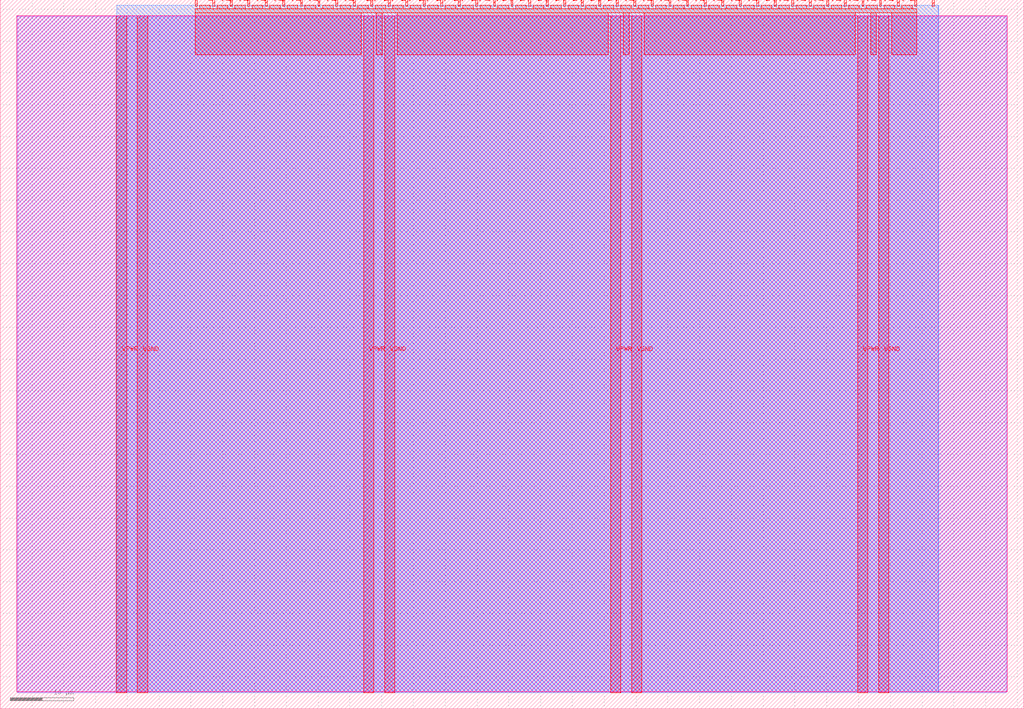
<source format=lef>
VERSION 5.7 ;
  NOWIREEXTENSIONATPIN ON ;
  DIVIDERCHAR "/" ;
  BUSBITCHARS "[]" ;
MACRO tt_um_wokwi_441516404775877633
  CLASS BLOCK ;
  FOREIGN tt_um_wokwi_441516404775877633 ;
  ORIGIN 0.000 0.000 ;
  SIZE 161.000 BY 111.520 ;
  PIN VGND
    DIRECTION INOUT ;
    USE GROUND ;
    PORT
      LAYER met4 ;
        RECT 21.580 2.480 23.180 109.040 ;
    END
    PORT
      LAYER met4 ;
        RECT 60.450 2.480 62.050 109.040 ;
    END
    PORT
      LAYER met4 ;
        RECT 99.320 2.480 100.920 109.040 ;
    END
    PORT
      LAYER met4 ;
        RECT 138.190 2.480 139.790 109.040 ;
    END
  END VGND
  PIN VPWR
    DIRECTION INOUT ;
    USE POWER ;
    PORT
      LAYER met4 ;
        RECT 18.280 2.480 19.880 109.040 ;
    END
    PORT
      LAYER met4 ;
        RECT 57.150 2.480 58.750 109.040 ;
    END
    PORT
      LAYER met4 ;
        RECT 96.020 2.480 97.620 109.040 ;
    END
    PORT
      LAYER met4 ;
        RECT 134.890 2.480 136.490 109.040 ;
    END
  END VPWR
  PIN clk
    DIRECTION INPUT ;
    USE SIGNAL ;
    ANTENNAGATEAREA 0.852000 ;
    PORT
      LAYER met4 ;
        RECT 143.830 110.520 144.130 111.520 ;
    END
  END clk
  PIN ena
    DIRECTION INPUT ;
    USE SIGNAL ;
    PORT
      LAYER met4 ;
        RECT 146.590 110.520 146.890 111.520 ;
    END
  END ena
  PIN rst_n
    DIRECTION INPUT ;
    USE SIGNAL ;
    PORT
      LAYER met4 ;
        RECT 141.070 110.520 141.370 111.520 ;
    END
  END rst_n
  PIN ui_in[0]
    DIRECTION INPUT ;
    USE SIGNAL ;
    ANTENNAGATEAREA 0.196500 ;
    PORT
      LAYER met4 ;
        RECT 138.310 110.520 138.610 111.520 ;
    END
  END ui_in[0]
  PIN ui_in[1]
    DIRECTION INPUT ;
    USE SIGNAL ;
    ANTENNAGATEAREA 0.196500 ;
    PORT
      LAYER met4 ;
        RECT 135.550 110.520 135.850 111.520 ;
    END
  END ui_in[1]
  PIN ui_in[2]
    DIRECTION INPUT ;
    USE SIGNAL ;
    ANTENNAGATEAREA 0.196500 ;
    PORT
      LAYER met4 ;
        RECT 132.790 110.520 133.090 111.520 ;
    END
  END ui_in[2]
  PIN ui_in[3]
    DIRECTION INPUT ;
    USE SIGNAL ;
    ANTENNAGATEAREA 0.196500 ;
    PORT
      LAYER met4 ;
        RECT 130.030 110.520 130.330 111.520 ;
    END
  END ui_in[3]
  PIN ui_in[4]
    DIRECTION INPUT ;
    USE SIGNAL ;
    ANTENNAGATEAREA 0.196500 ;
    PORT
      LAYER met4 ;
        RECT 127.270 110.520 127.570 111.520 ;
    END
  END ui_in[4]
  PIN ui_in[5]
    DIRECTION INPUT ;
    USE SIGNAL ;
    ANTENNAGATEAREA 0.196500 ;
    PORT
      LAYER met4 ;
        RECT 124.510 110.520 124.810 111.520 ;
    END
  END ui_in[5]
  PIN ui_in[6]
    DIRECTION INPUT ;
    USE SIGNAL ;
    ANTENNAGATEAREA 0.196500 ;
    PORT
      LAYER met4 ;
        RECT 121.750 110.520 122.050 111.520 ;
    END
  END ui_in[6]
  PIN ui_in[7]
    DIRECTION INPUT ;
    USE SIGNAL ;
    ANTENNAGATEAREA 0.196500 ;
    PORT
      LAYER met4 ;
        RECT 118.990 110.520 119.290 111.520 ;
    END
  END ui_in[7]
  PIN uio_in[0]
    DIRECTION INPUT ;
    USE SIGNAL ;
    PORT
      LAYER met4 ;
        RECT 116.230 110.520 116.530 111.520 ;
    END
  END uio_in[0]
  PIN uio_in[1]
    DIRECTION INPUT ;
    USE SIGNAL ;
    PORT
      LAYER met4 ;
        RECT 113.470 110.520 113.770 111.520 ;
    END
  END uio_in[1]
  PIN uio_in[2]
    DIRECTION INPUT ;
    USE SIGNAL ;
    PORT
      LAYER met4 ;
        RECT 110.710 110.520 111.010 111.520 ;
    END
  END uio_in[2]
  PIN uio_in[3]
    DIRECTION INPUT ;
    USE SIGNAL ;
    PORT
      LAYER met4 ;
        RECT 107.950 110.520 108.250 111.520 ;
    END
  END uio_in[3]
  PIN uio_in[4]
    DIRECTION INPUT ;
    USE SIGNAL ;
    PORT
      LAYER met4 ;
        RECT 105.190 110.520 105.490 111.520 ;
    END
  END uio_in[4]
  PIN uio_in[5]
    DIRECTION INPUT ;
    USE SIGNAL ;
    PORT
      LAYER met4 ;
        RECT 102.430 110.520 102.730 111.520 ;
    END
  END uio_in[5]
  PIN uio_in[6]
    DIRECTION INPUT ;
    USE SIGNAL ;
    PORT
      LAYER met4 ;
        RECT 99.670 110.520 99.970 111.520 ;
    END
  END uio_in[6]
  PIN uio_in[7]
    DIRECTION INPUT ;
    USE SIGNAL ;
    PORT
      LAYER met4 ;
        RECT 96.910 110.520 97.210 111.520 ;
    END
  END uio_in[7]
  PIN uio_oe[0]
    DIRECTION OUTPUT ;
    USE SIGNAL ;
    PORT
      LAYER met4 ;
        RECT 49.990 110.520 50.290 111.520 ;
    END
  END uio_oe[0]
  PIN uio_oe[1]
    DIRECTION OUTPUT ;
    USE SIGNAL ;
    PORT
      LAYER met4 ;
        RECT 47.230 110.520 47.530 111.520 ;
    END
  END uio_oe[1]
  PIN uio_oe[2]
    DIRECTION OUTPUT ;
    USE SIGNAL ;
    PORT
      LAYER met4 ;
        RECT 44.470 110.520 44.770 111.520 ;
    END
  END uio_oe[2]
  PIN uio_oe[3]
    DIRECTION OUTPUT ;
    USE SIGNAL ;
    PORT
      LAYER met4 ;
        RECT 41.710 110.520 42.010 111.520 ;
    END
  END uio_oe[3]
  PIN uio_oe[4]
    DIRECTION OUTPUT ;
    USE SIGNAL ;
    PORT
      LAYER met4 ;
        RECT 38.950 110.520 39.250 111.520 ;
    END
  END uio_oe[4]
  PIN uio_oe[5]
    DIRECTION OUTPUT ;
    USE SIGNAL ;
    PORT
      LAYER met4 ;
        RECT 36.190 110.520 36.490 111.520 ;
    END
  END uio_oe[5]
  PIN uio_oe[6]
    DIRECTION OUTPUT ;
    USE SIGNAL ;
    PORT
      LAYER met4 ;
        RECT 33.430 110.520 33.730 111.520 ;
    END
  END uio_oe[6]
  PIN uio_oe[7]
    DIRECTION OUTPUT ;
    USE SIGNAL ;
    PORT
      LAYER met4 ;
        RECT 30.670 110.520 30.970 111.520 ;
    END
  END uio_oe[7]
  PIN uio_out[0]
    DIRECTION OUTPUT ;
    USE SIGNAL ;
    PORT
      LAYER met4 ;
        RECT 72.070 110.520 72.370 111.520 ;
    END
  END uio_out[0]
  PIN uio_out[1]
    DIRECTION OUTPUT ;
    USE SIGNAL ;
    PORT
      LAYER met4 ;
        RECT 69.310 110.520 69.610 111.520 ;
    END
  END uio_out[1]
  PIN uio_out[2]
    DIRECTION OUTPUT ;
    USE SIGNAL ;
    PORT
      LAYER met4 ;
        RECT 66.550 110.520 66.850 111.520 ;
    END
  END uio_out[2]
  PIN uio_out[3]
    DIRECTION OUTPUT ;
    USE SIGNAL ;
    PORT
      LAYER met4 ;
        RECT 63.790 110.520 64.090 111.520 ;
    END
  END uio_out[3]
  PIN uio_out[4]
    DIRECTION OUTPUT ;
    USE SIGNAL ;
    PORT
      LAYER met4 ;
        RECT 61.030 110.520 61.330 111.520 ;
    END
  END uio_out[4]
  PIN uio_out[5]
    DIRECTION OUTPUT ;
    USE SIGNAL ;
    PORT
      LAYER met4 ;
        RECT 58.270 110.520 58.570 111.520 ;
    END
  END uio_out[5]
  PIN uio_out[6]
    DIRECTION OUTPUT ;
    USE SIGNAL ;
    PORT
      LAYER met4 ;
        RECT 55.510 110.520 55.810 111.520 ;
    END
  END uio_out[6]
  PIN uio_out[7]
    DIRECTION OUTPUT ;
    USE SIGNAL ;
    PORT
      LAYER met4 ;
        RECT 52.750 110.520 53.050 111.520 ;
    END
  END uio_out[7]
  PIN uo_out[0]
    DIRECTION OUTPUT ;
    USE SIGNAL ;
    ANTENNADIFFAREA 0.795200 ;
    PORT
      LAYER met4 ;
        RECT 94.150 110.520 94.450 111.520 ;
    END
  END uo_out[0]
  PIN uo_out[1]
    DIRECTION OUTPUT ;
    USE SIGNAL ;
    ANTENNADIFFAREA 0.445500 ;
    PORT
      LAYER met4 ;
        RECT 91.390 110.520 91.690 111.520 ;
    END
  END uo_out[1]
  PIN uo_out[2]
    DIRECTION OUTPUT ;
    USE SIGNAL ;
    ANTENNADIFFAREA 0.445500 ;
    PORT
      LAYER met4 ;
        RECT 88.630 110.520 88.930 111.520 ;
    END
  END uo_out[2]
  PIN uo_out[3]
    DIRECTION OUTPUT ;
    USE SIGNAL ;
    ANTENNADIFFAREA 0.795200 ;
    PORT
      LAYER met4 ;
        RECT 85.870 110.520 86.170 111.520 ;
    END
  END uo_out[3]
  PIN uo_out[4]
    DIRECTION OUTPUT ;
    USE SIGNAL ;
    ANTENNADIFFAREA 0.445500 ;
    PORT
      LAYER met4 ;
        RECT 83.110 110.520 83.410 111.520 ;
    END
  END uo_out[4]
  PIN uo_out[5]
    DIRECTION OUTPUT ;
    USE SIGNAL ;
    ANTENNADIFFAREA 0.445500 ;
    PORT
      LAYER met4 ;
        RECT 80.350 110.520 80.650 111.520 ;
    END
  END uo_out[5]
  PIN uo_out[6]
    DIRECTION OUTPUT ;
    USE SIGNAL ;
    ANTENNADIFFAREA 0.445500 ;
    PORT
      LAYER met4 ;
        RECT 77.590 110.520 77.890 111.520 ;
    END
  END uo_out[6]
  PIN uo_out[7]
    DIRECTION OUTPUT ;
    USE SIGNAL ;
    ANTENNADIFFAREA 0.445500 ;
    PORT
      LAYER met4 ;
        RECT 74.830 110.520 75.130 111.520 ;
    END
  END uo_out[7]
  OBS
      LAYER nwell ;
        RECT 2.570 2.635 158.430 108.990 ;
      LAYER li1 ;
        RECT 2.760 2.635 158.240 108.885 ;
      LAYER met1 ;
        RECT 2.760 2.480 158.240 109.040 ;
      LAYER met2 ;
        RECT 18.310 2.535 147.570 110.685 ;
      LAYER met3 ;
        RECT 18.290 2.555 147.595 110.665 ;
      LAYER met4 ;
        RECT 31.370 110.120 33.030 110.665 ;
        RECT 34.130 110.120 35.790 110.665 ;
        RECT 36.890 110.120 38.550 110.665 ;
        RECT 39.650 110.120 41.310 110.665 ;
        RECT 42.410 110.120 44.070 110.665 ;
        RECT 45.170 110.120 46.830 110.665 ;
        RECT 47.930 110.120 49.590 110.665 ;
        RECT 50.690 110.120 52.350 110.665 ;
        RECT 53.450 110.120 55.110 110.665 ;
        RECT 56.210 110.120 57.870 110.665 ;
        RECT 58.970 110.120 60.630 110.665 ;
        RECT 61.730 110.120 63.390 110.665 ;
        RECT 64.490 110.120 66.150 110.665 ;
        RECT 67.250 110.120 68.910 110.665 ;
        RECT 70.010 110.120 71.670 110.665 ;
        RECT 72.770 110.120 74.430 110.665 ;
        RECT 75.530 110.120 77.190 110.665 ;
        RECT 78.290 110.120 79.950 110.665 ;
        RECT 81.050 110.120 82.710 110.665 ;
        RECT 83.810 110.120 85.470 110.665 ;
        RECT 86.570 110.120 88.230 110.665 ;
        RECT 89.330 110.120 90.990 110.665 ;
        RECT 92.090 110.120 93.750 110.665 ;
        RECT 94.850 110.120 96.510 110.665 ;
        RECT 97.610 110.120 99.270 110.665 ;
        RECT 100.370 110.120 102.030 110.665 ;
        RECT 103.130 110.120 104.790 110.665 ;
        RECT 105.890 110.120 107.550 110.665 ;
        RECT 108.650 110.120 110.310 110.665 ;
        RECT 111.410 110.120 113.070 110.665 ;
        RECT 114.170 110.120 115.830 110.665 ;
        RECT 116.930 110.120 118.590 110.665 ;
        RECT 119.690 110.120 121.350 110.665 ;
        RECT 122.450 110.120 124.110 110.665 ;
        RECT 125.210 110.120 126.870 110.665 ;
        RECT 127.970 110.120 129.630 110.665 ;
        RECT 130.730 110.120 132.390 110.665 ;
        RECT 133.490 110.120 135.150 110.665 ;
        RECT 136.250 110.120 137.910 110.665 ;
        RECT 139.010 110.120 140.670 110.665 ;
        RECT 141.770 110.120 143.430 110.665 ;
        RECT 30.655 109.440 144.145 110.120 ;
        RECT 30.655 102.855 56.750 109.440 ;
        RECT 59.150 102.855 60.050 109.440 ;
        RECT 62.450 102.855 95.620 109.440 ;
        RECT 98.020 102.855 98.920 109.440 ;
        RECT 101.320 102.855 134.490 109.440 ;
        RECT 136.890 102.855 137.790 109.440 ;
        RECT 140.190 102.855 144.145 109.440 ;
  END
END tt_um_wokwi_441516404775877633
END LIBRARY


</source>
